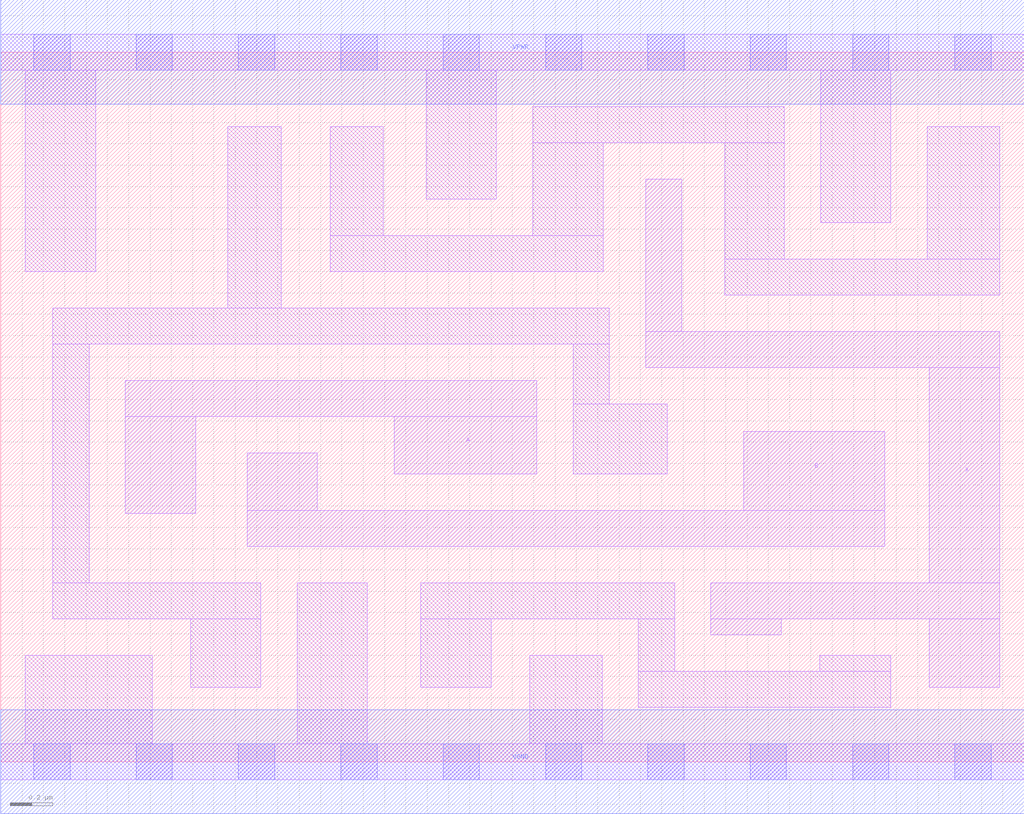
<source format=lef>
# Copyright 2020 The SkyWater PDK Authors
#
# Licensed under the Apache License, Version 2.0 (the "License");
# you may not use this file except in compliance with the License.
# You may obtain a copy of the License at
#
#     https://www.apache.org/licenses/LICENSE-2.0
#
# Unless required by applicable law or agreed to in writing, software
# distributed under the License is distributed on an "AS IS" BASIS,
# WITHOUT WARRANTIES OR CONDITIONS OF ANY KIND, either express or implied.
# See the License for the specific language governing permissions and
# limitations under the License.
#
# SPDX-License-Identifier: Apache-2.0

VERSION 5.7 ;
  NAMESCASESENSITIVE ON ;
  NOWIREEXTENSIONATPIN ON ;
  DIVIDERCHAR "/" ;
  BUSBITCHARS "[]" ;
UNITS
  DATABASE MICRONS 200 ;
END UNITS
MACRO sky130_fd_sc_ls__xor2_2
  CLASS CORE ;
  FOREIGN sky130_fd_sc_ls__xor2_2 ;
  ORIGIN  0.000000  0.000000 ;
  SIZE  4.800000 BY  3.330000 ;
  SYMMETRY X Y ;
  SITE unit ;
  PIN A
    ANTENNAGATEAREA  0.804000 ;
    DIRECTION INPUT ;
    USE SIGNAL ;
    PORT
      LAYER li1 ;
        RECT 0.585000 1.165000 0.915000 1.620000 ;
        RECT 0.585000 1.620000 2.515000 1.790000 ;
        RECT 1.845000 1.350000 2.515000 1.620000 ;
    END
  END A
  PIN B
    ANTENNAGATEAREA  0.804000 ;
    DIRECTION INPUT ;
    USE SIGNAL ;
    PORT
      LAYER li1 ;
        RECT 1.155000 1.010000 4.145000 1.180000 ;
        RECT 1.155000 1.180000 1.485000 1.450000 ;
        RECT 3.485000 1.180000 4.145000 1.550000 ;
    END
  END B
  PIN X
    ANTENNADIFFAREA  0.754100 ;
    DIRECTION OUTPUT ;
    USE SIGNAL ;
    PORT
      LAYER li1 ;
        RECT 3.025000 1.850000 4.685000 2.020000 ;
        RECT 3.025000 2.020000 3.195000 2.735000 ;
        RECT 3.330000 0.595000 3.660000 0.670000 ;
        RECT 3.330000 0.670000 4.685000 0.840000 ;
        RECT 4.355000 0.350000 4.685000 0.670000 ;
        RECT 4.355000 0.840000 4.685000 1.850000 ;
    END
  END X
  PIN VGND
    DIRECTION INOUT ;
    SHAPE ABUTMENT ;
    USE GROUND ;
    PORT
      LAYER met1 ;
        RECT 0.000000 -0.245000 4.800000 0.245000 ;
    END
  END VGND
  PIN VPWR
    DIRECTION INOUT ;
    SHAPE ABUTMENT ;
    USE POWER ;
    PORT
      LAYER met1 ;
        RECT 0.000000 3.085000 4.800000 3.575000 ;
    END
  END VPWR
  OBS
    LAYER li1 ;
      RECT 0.000000 -0.085000 4.800000 0.085000 ;
      RECT 0.000000  3.245000 4.800000 3.415000 ;
      RECT 0.115000  0.085000 0.710000 0.500000 ;
      RECT 0.115000  2.300000 0.445000 3.245000 ;
      RECT 0.245000  0.670000 1.220000 0.840000 ;
      RECT 0.245000  0.840000 0.415000 1.960000 ;
      RECT 0.245000  1.960000 2.855000 2.130000 ;
      RECT 0.890000  0.350000 1.220000 0.670000 ;
      RECT 1.065000  2.130000 1.315000 2.980000 ;
      RECT 1.390000  0.085000 1.720000 0.840000 ;
      RECT 1.545000  2.300000 2.825000 2.470000 ;
      RECT 1.545000  2.470000 1.795000 2.980000 ;
      RECT 1.970000  0.350000 2.300000 0.670000 ;
      RECT 1.970000  0.670000 3.160000 0.840000 ;
      RECT 1.995000  2.640000 2.325000 3.245000 ;
      RECT 2.480000  0.085000 2.820000 0.500000 ;
      RECT 2.495000  2.470000 2.825000 2.905000 ;
      RECT 2.495000  2.905000 3.675000 3.075000 ;
      RECT 2.685000  1.350000 3.125000 1.680000 ;
      RECT 2.685000  1.680000 2.855000 1.960000 ;
      RECT 2.990000  0.255000 4.175000 0.425000 ;
      RECT 2.990000  0.425000 3.160000 0.670000 ;
      RECT 3.395000  2.190000 4.685000 2.360000 ;
      RECT 3.395000  2.360000 3.675000 2.905000 ;
      RECT 3.840000  0.425000 4.175000 0.500000 ;
      RECT 3.845000  2.530000 4.175000 3.245000 ;
      RECT 4.345000  2.360000 4.685000 2.980000 ;
    LAYER mcon ;
      RECT 0.155000 -0.085000 0.325000 0.085000 ;
      RECT 0.155000  3.245000 0.325000 3.415000 ;
      RECT 0.635000 -0.085000 0.805000 0.085000 ;
      RECT 0.635000  3.245000 0.805000 3.415000 ;
      RECT 1.115000 -0.085000 1.285000 0.085000 ;
      RECT 1.115000  3.245000 1.285000 3.415000 ;
      RECT 1.595000 -0.085000 1.765000 0.085000 ;
      RECT 1.595000  3.245000 1.765000 3.415000 ;
      RECT 2.075000 -0.085000 2.245000 0.085000 ;
      RECT 2.075000  3.245000 2.245000 3.415000 ;
      RECT 2.555000 -0.085000 2.725000 0.085000 ;
      RECT 2.555000  3.245000 2.725000 3.415000 ;
      RECT 3.035000 -0.085000 3.205000 0.085000 ;
      RECT 3.035000  3.245000 3.205000 3.415000 ;
      RECT 3.515000 -0.085000 3.685000 0.085000 ;
      RECT 3.515000  3.245000 3.685000 3.415000 ;
      RECT 3.995000 -0.085000 4.165000 0.085000 ;
      RECT 3.995000  3.245000 4.165000 3.415000 ;
      RECT 4.475000 -0.085000 4.645000 0.085000 ;
      RECT 4.475000  3.245000 4.645000 3.415000 ;
  END
END sky130_fd_sc_ls__xor2_2
END LIBRARY

</source>
